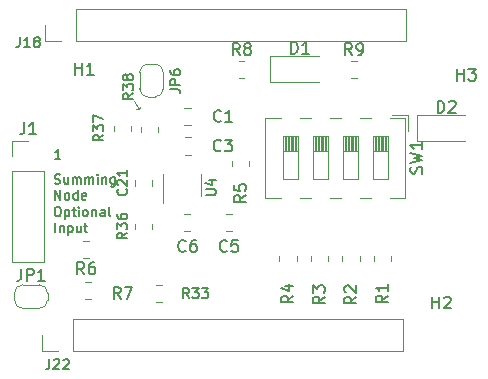
<source format=gbr>
%TF.GenerationSoftware,KiCad,Pcbnew,(5.1.9)-1*%
%TF.CreationDate,2021-10-14T16:01:30-04:00*%
%TF.ProjectId,ModularPreamp,4d6f6475-6c61-4725-9072-65616d702e6b,rev?*%
%TF.SameCoordinates,Original*%
%TF.FileFunction,Legend,Top*%
%TF.FilePolarity,Positive*%
%FSLAX46Y46*%
G04 Gerber Fmt 4.6, Leading zero omitted, Abs format (unit mm)*
G04 Created by KiCad (PCBNEW (5.1.9)-1) date 2021-10-14 16:01:30*
%MOMM*%
%LPD*%
G01*
G04 APERTURE LIST*
%ADD10C,0.120000*%
%ADD11C,0.150000*%
G04 APERTURE END LIST*
D10*
X155900000Y-95900000D02*
X156000000Y-95700000D01*
X155900000Y-95900000D02*
X155600000Y-95900000D01*
X155500000Y-95200000D02*
X155900000Y-95900000D01*
D11*
X148940357Y-104136904D02*
X149092738Y-104136904D01*
X149168928Y-104175000D01*
X149245119Y-104251190D01*
X149283214Y-104403571D01*
X149283214Y-104670238D01*
X149245119Y-104822619D01*
X149168928Y-104898809D01*
X149092738Y-104936904D01*
X148940357Y-104936904D01*
X148864166Y-104898809D01*
X148787976Y-104822619D01*
X148749880Y-104670238D01*
X148749880Y-104403571D01*
X148787976Y-104251190D01*
X148864166Y-104175000D01*
X148940357Y-104136904D01*
X149626071Y-104403571D02*
X149626071Y-105203571D01*
X149626071Y-104441666D02*
X149702261Y-104403571D01*
X149854642Y-104403571D01*
X149930833Y-104441666D01*
X149968928Y-104479761D01*
X150007023Y-104555952D01*
X150007023Y-104784523D01*
X149968928Y-104860714D01*
X149930833Y-104898809D01*
X149854642Y-104936904D01*
X149702261Y-104936904D01*
X149626071Y-104898809D01*
X150235595Y-104403571D02*
X150540357Y-104403571D01*
X150349880Y-104136904D02*
X150349880Y-104822619D01*
X150387976Y-104898809D01*
X150464166Y-104936904D01*
X150540357Y-104936904D01*
X150807023Y-104936904D02*
X150807023Y-104403571D01*
X150807023Y-104136904D02*
X150768928Y-104175000D01*
X150807023Y-104213095D01*
X150845119Y-104175000D01*
X150807023Y-104136904D01*
X150807023Y-104213095D01*
X151302261Y-104936904D02*
X151226071Y-104898809D01*
X151187976Y-104860714D01*
X151149880Y-104784523D01*
X151149880Y-104555952D01*
X151187976Y-104479761D01*
X151226071Y-104441666D01*
X151302261Y-104403571D01*
X151416547Y-104403571D01*
X151492738Y-104441666D01*
X151530833Y-104479761D01*
X151568928Y-104555952D01*
X151568928Y-104784523D01*
X151530833Y-104860714D01*
X151492738Y-104898809D01*
X151416547Y-104936904D01*
X151302261Y-104936904D01*
X151911785Y-104403571D02*
X151911785Y-104936904D01*
X151911785Y-104479761D02*
X151949880Y-104441666D01*
X152026071Y-104403571D01*
X152140357Y-104403571D01*
X152216547Y-104441666D01*
X152254642Y-104517857D01*
X152254642Y-104936904D01*
X152978452Y-104936904D02*
X152978452Y-104517857D01*
X152940357Y-104441666D01*
X152864166Y-104403571D01*
X152711785Y-104403571D01*
X152635595Y-104441666D01*
X152978452Y-104898809D02*
X152902261Y-104936904D01*
X152711785Y-104936904D01*
X152635595Y-104898809D01*
X152597500Y-104822619D01*
X152597500Y-104746428D01*
X152635595Y-104670238D01*
X152711785Y-104632142D01*
X152902261Y-104632142D01*
X152978452Y-104594047D01*
X153473690Y-104936904D02*
X153397500Y-104898809D01*
X153359404Y-104822619D01*
X153359404Y-104136904D01*
X148787976Y-106286904D02*
X148787976Y-105486904D01*
X149168928Y-105753571D02*
X149168928Y-106286904D01*
X149168928Y-105829761D02*
X149207023Y-105791666D01*
X149283214Y-105753571D01*
X149397500Y-105753571D01*
X149473690Y-105791666D01*
X149511785Y-105867857D01*
X149511785Y-106286904D01*
X149892738Y-105753571D02*
X149892738Y-106553571D01*
X149892738Y-105791666D02*
X149968928Y-105753571D01*
X150121309Y-105753571D01*
X150197500Y-105791666D01*
X150235595Y-105829761D01*
X150273690Y-105905952D01*
X150273690Y-106134523D01*
X150235595Y-106210714D01*
X150197500Y-106248809D01*
X150121309Y-106286904D01*
X149968928Y-106286904D01*
X149892738Y-106248809D01*
X150959404Y-105753571D02*
X150959404Y-106286904D01*
X150616547Y-105753571D02*
X150616547Y-106172619D01*
X150654642Y-106248809D01*
X150730833Y-106286904D01*
X150845119Y-106286904D01*
X150921309Y-106248809D01*
X150959404Y-106210714D01*
X151226071Y-105753571D02*
X151530833Y-105753571D01*
X151340357Y-105486904D02*
X151340357Y-106172619D01*
X151378452Y-106248809D01*
X151454642Y-106286904D01*
X151530833Y-106286904D01*
X149242857Y-100134523D02*
X148757142Y-100134523D01*
X149000000Y-100134523D02*
X149000000Y-99284523D01*
X148919047Y-99405952D01*
X148838095Y-99486904D01*
X148757142Y-99527380D01*
X148749880Y-102148809D02*
X148864166Y-102186904D01*
X149054642Y-102186904D01*
X149130833Y-102148809D01*
X149168928Y-102110714D01*
X149207023Y-102034523D01*
X149207023Y-101958333D01*
X149168928Y-101882142D01*
X149130833Y-101844047D01*
X149054642Y-101805952D01*
X148902261Y-101767857D01*
X148826071Y-101729761D01*
X148787976Y-101691666D01*
X148749880Y-101615476D01*
X148749880Y-101539285D01*
X148787976Y-101463095D01*
X148826071Y-101425000D01*
X148902261Y-101386904D01*
X149092738Y-101386904D01*
X149207023Y-101425000D01*
X149892738Y-101653571D02*
X149892738Y-102186904D01*
X149549880Y-101653571D02*
X149549880Y-102072619D01*
X149587976Y-102148809D01*
X149664166Y-102186904D01*
X149778452Y-102186904D01*
X149854642Y-102148809D01*
X149892738Y-102110714D01*
X150273690Y-102186904D02*
X150273690Y-101653571D01*
X150273690Y-101729761D02*
X150311785Y-101691666D01*
X150387976Y-101653571D01*
X150502261Y-101653571D01*
X150578452Y-101691666D01*
X150616547Y-101767857D01*
X150616547Y-102186904D01*
X150616547Y-101767857D02*
X150654642Y-101691666D01*
X150730833Y-101653571D01*
X150845119Y-101653571D01*
X150921309Y-101691666D01*
X150959404Y-101767857D01*
X150959404Y-102186904D01*
X151340357Y-102186904D02*
X151340357Y-101653571D01*
X151340357Y-101729761D02*
X151378452Y-101691666D01*
X151454642Y-101653571D01*
X151568928Y-101653571D01*
X151645119Y-101691666D01*
X151683214Y-101767857D01*
X151683214Y-102186904D01*
X151683214Y-101767857D02*
X151721309Y-101691666D01*
X151797500Y-101653571D01*
X151911785Y-101653571D01*
X151987976Y-101691666D01*
X152026071Y-101767857D01*
X152026071Y-102186904D01*
X152407023Y-102186904D02*
X152407023Y-101653571D01*
X152407023Y-101386904D02*
X152368928Y-101425000D01*
X152407023Y-101463095D01*
X152445119Y-101425000D01*
X152407023Y-101386904D01*
X152407023Y-101463095D01*
X152787976Y-101653571D02*
X152787976Y-102186904D01*
X152787976Y-101729761D02*
X152826071Y-101691666D01*
X152902261Y-101653571D01*
X153016547Y-101653571D01*
X153092738Y-101691666D01*
X153130833Y-101767857D01*
X153130833Y-102186904D01*
X153854642Y-101653571D02*
X153854642Y-102301190D01*
X153816547Y-102377380D01*
X153778452Y-102415476D01*
X153702261Y-102453571D01*
X153587976Y-102453571D01*
X153511785Y-102415476D01*
X153854642Y-102148809D02*
X153778452Y-102186904D01*
X153626071Y-102186904D01*
X153549880Y-102148809D01*
X153511785Y-102110714D01*
X153473690Y-102034523D01*
X153473690Y-101805952D01*
X153511785Y-101729761D01*
X153549880Y-101691666D01*
X153626071Y-101653571D01*
X153778452Y-101653571D01*
X153854642Y-101691666D01*
X148787976Y-103536904D02*
X148787976Y-102736904D01*
X149245119Y-103536904D01*
X149245119Y-102736904D01*
X149740357Y-103536904D02*
X149664166Y-103498809D01*
X149626071Y-103460714D01*
X149587976Y-103384523D01*
X149587976Y-103155952D01*
X149626071Y-103079761D01*
X149664166Y-103041666D01*
X149740357Y-103003571D01*
X149854642Y-103003571D01*
X149930833Y-103041666D01*
X149968928Y-103079761D01*
X150007023Y-103155952D01*
X150007023Y-103384523D01*
X149968928Y-103460714D01*
X149930833Y-103498809D01*
X149854642Y-103536904D01*
X149740357Y-103536904D01*
X150692738Y-103536904D02*
X150692738Y-102736904D01*
X150692738Y-103498809D02*
X150616547Y-103536904D01*
X150464166Y-103536904D01*
X150387976Y-103498809D01*
X150349880Y-103460714D01*
X150311785Y-103384523D01*
X150311785Y-103155952D01*
X150349880Y-103079761D01*
X150387976Y-103041666D01*
X150464166Y-103003571D01*
X150616547Y-103003571D01*
X150692738Y-103041666D01*
X151378452Y-103498809D02*
X151302261Y-103536904D01*
X151149880Y-103536904D01*
X151073690Y-103498809D01*
X151035595Y-103422619D01*
X151035595Y-103117857D01*
X151073690Y-103041666D01*
X151149880Y-103003571D01*
X151302261Y-103003571D01*
X151378452Y-103041666D01*
X151416547Y-103117857D01*
X151416547Y-103194047D01*
X151035595Y-103270238D01*
D10*
%TO.C,JP1*%
X146050000Y-110750000D02*
X147450000Y-110750000D01*
X148150000Y-111450000D02*
X148150000Y-112050000D01*
X147450000Y-112750000D02*
X146050000Y-112750000D01*
X145350000Y-112050000D02*
X145350000Y-111450000D01*
X145350000Y-111450000D02*
G75*
G02*
X146050000Y-110750000I700000J0D01*
G01*
X146050000Y-112750000D02*
G75*
G02*
X145350000Y-112050000I0J700000D01*
G01*
X148150000Y-112050000D02*
G75*
G02*
X147450000Y-112750000I-700000J0D01*
G01*
X147450000Y-110750000D02*
G75*
G02*
X148150000Y-111450000I0J-700000D01*
G01*
%TO.C,R9*%
X173860436Y-93235000D02*
X174314564Y-93235000D01*
X173860436Y-91765000D02*
X174314564Y-91765000D01*
%TO.C,R8*%
X164360436Y-93235000D02*
X164814564Y-93235000D01*
X164360436Y-91765000D02*
X164814564Y-91765000D01*
%TO.C,R7*%
X151814564Y-110515000D02*
X151360436Y-110515000D01*
X151814564Y-111985000D02*
X151360436Y-111985000D01*
%TO.C,R6*%
X151639564Y-107015000D02*
X151185436Y-107015000D01*
X151639564Y-108485000D02*
X151185436Y-108485000D01*
%TO.C,J1*%
X145170000Y-98550000D02*
X146500000Y-98550000D01*
X145170000Y-99880000D02*
X145170000Y-98550000D01*
X145170000Y-101150000D02*
X147830000Y-101150000D01*
X147830000Y-101150000D02*
X147830000Y-108830000D01*
X145170000Y-101150000D02*
X145170000Y-108830000D01*
X145170000Y-108830000D02*
X147830000Y-108830000D01*
%TO.C,D2*%
X179440000Y-98585000D02*
X183525000Y-98585000D01*
X179440000Y-96415000D02*
X179440000Y-98585000D01*
X183525000Y-96415000D02*
X179440000Y-96415000D01*
%TO.C,D1*%
X167015000Y-93585000D02*
X171100000Y-93585000D01*
X167015000Y-91415000D02*
X167015000Y-93585000D01*
X171100000Y-91415000D02*
X167015000Y-91415000D01*
%TO.C,C6*%
X160211252Y-104765000D02*
X159688748Y-104765000D01*
X160211252Y-106235000D02*
X159688748Y-106235000D01*
%TO.C,C5*%
X163761252Y-104765000D02*
X163238748Y-104765000D01*
X163761252Y-106235000D02*
X163238748Y-106235000D01*
%TO.C,C3*%
X159788748Y-99735000D02*
X160311252Y-99735000D01*
X159788748Y-98265000D02*
X160311252Y-98265000D01*
%TO.C,C1*%
X159738748Y-97235000D02*
X160261252Y-97235000D01*
X159738748Y-95765000D02*
X160261252Y-95765000D01*
%TO.C,R5*%
X163765000Y-100727064D02*
X163765000Y-100272936D01*
X165235000Y-100727064D02*
X165235000Y-100272936D01*
%TO.C,SW1*%
X178420000Y-96590000D02*
X178420000Y-103410000D01*
X166580000Y-96590000D02*
X166580000Y-103410000D01*
X178420000Y-96590000D02*
X177110000Y-96590000D01*
X175510000Y-96590000D02*
X174570000Y-96590000D01*
X172970000Y-96590000D02*
X172030000Y-96590000D01*
X170430000Y-96590000D02*
X169490000Y-96590000D01*
X167890000Y-96590000D02*
X166580000Y-96590000D01*
X167890000Y-103410000D02*
X166580000Y-103410000D01*
X170430000Y-103410000D02*
X169490000Y-103410000D01*
X172970000Y-103410000D02*
X172030000Y-103410000D01*
X178420000Y-103410000D02*
X177110000Y-103410000D01*
X175510000Y-103410000D02*
X174570000Y-103410000D01*
X178660000Y-96350000D02*
X178660000Y-97733000D01*
X178660000Y-96350000D02*
X177277000Y-96350000D01*
X176945000Y-98190000D02*
X175675000Y-98190000D01*
X175675000Y-98190000D02*
X175675000Y-101810000D01*
X175675000Y-101810000D02*
X176945000Y-101810000D01*
X176945000Y-101810000D02*
X176945000Y-98190000D01*
X176825000Y-98190000D02*
X176825000Y-99396667D01*
X176705000Y-98190000D02*
X176705000Y-99396667D01*
X176585000Y-98190000D02*
X176585000Y-99396667D01*
X176465000Y-98190000D02*
X176465000Y-99396667D01*
X176345000Y-98190000D02*
X176345000Y-99396667D01*
X176225000Y-98190000D02*
X176225000Y-99396667D01*
X176105000Y-98190000D02*
X176105000Y-99396667D01*
X175985000Y-98190000D02*
X175985000Y-99396667D01*
X175865000Y-98190000D02*
X175865000Y-99396667D01*
X175745000Y-98190000D02*
X175745000Y-99396667D01*
X176945000Y-99396667D02*
X175675000Y-99396667D01*
X174405000Y-98190000D02*
X173135000Y-98190000D01*
X173135000Y-98190000D02*
X173135000Y-101810000D01*
X173135000Y-101810000D02*
X174405000Y-101810000D01*
X174405000Y-101810000D02*
X174405000Y-98190000D01*
X174285000Y-98190000D02*
X174285000Y-99396667D01*
X174165000Y-98190000D02*
X174165000Y-99396667D01*
X174045000Y-98190000D02*
X174045000Y-99396667D01*
X173925000Y-98190000D02*
X173925000Y-99396667D01*
X173805000Y-98190000D02*
X173805000Y-99396667D01*
X173685000Y-98190000D02*
X173685000Y-99396667D01*
X173565000Y-98190000D02*
X173565000Y-99396667D01*
X173445000Y-98190000D02*
X173445000Y-99396667D01*
X173325000Y-98190000D02*
X173325000Y-99396667D01*
X173205000Y-98190000D02*
X173205000Y-99396667D01*
X174405000Y-99396667D02*
X173135000Y-99396667D01*
X171865000Y-98190000D02*
X170595000Y-98190000D01*
X170595000Y-98190000D02*
X170595000Y-101810000D01*
X170595000Y-101810000D02*
X171865000Y-101810000D01*
X171865000Y-101810000D02*
X171865000Y-98190000D01*
X171745000Y-98190000D02*
X171745000Y-99396667D01*
X171625000Y-98190000D02*
X171625000Y-99396667D01*
X171505000Y-98190000D02*
X171505000Y-99396667D01*
X171385000Y-98190000D02*
X171385000Y-99396667D01*
X171265000Y-98190000D02*
X171265000Y-99396667D01*
X171145000Y-98190000D02*
X171145000Y-99396667D01*
X171025000Y-98190000D02*
X171025000Y-99396667D01*
X170905000Y-98190000D02*
X170905000Y-99396667D01*
X170785000Y-98190000D02*
X170785000Y-99396667D01*
X170665000Y-98190000D02*
X170665000Y-99396667D01*
X171865000Y-99396667D02*
X170595000Y-99396667D01*
X169325000Y-98190000D02*
X168055000Y-98190000D01*
X168055000Y-98190000D02*
X168055000Y-101810000D01*
X168055000Y-101810000D02*
X169325000Y-101810000D01*
X169325000Y-101810000D02*
X169325000Y-98190000D01*
X169205000Y-98190000D02*
X169205000Y-99396667D01*
X169085000Y-98190000D02*
X169085000Y-99396667D01*
X168965000Y-98190000D02*
X168965000Y-99396667D01*
X168845000Y-98190000D02*
X168845000Y-99396667D01*
X168725000Y-98190000D02*
X168725000Y-99396667D01*
X168605000Y-98190000D02*
X168605000Y-99396667D01*
X168485000Y-98190000D02*
X168485000Y-99396667D01*
X168365000Y-98190000D02*
X168365000Y-99396667D01*
X168245000Y-98190000D02*
X168245000Y-99396667D01*
X168125000Y-98190000D02*
X168125000Y-99396667D01*
X169325000Y-99396667D02*
X168055000Y-99396667D01*
%TO.C,R1*%
X175765000Y-108727064D02*
X175765000Y-108272936D01*
X177235000Y-108727064D02*
X177235000Y-108272936D01*
%TO.C,R2*%
X173098332Y-108727064D02*
X173098332Y-108272936D01*
X174568332Y-108727064D02*
X174568332Y-108272936D01*
%TO.C,R3*%
X170431666Y-108727064D02*
X170431666Y-108272936D01*
X171901666Y-108727064D02*
X171901666Y-108272936D01*
%TO.C,R4*%
X167765000Y-108727064D02*
X167765000Y-108272936D01*
X169235000Y-108727064D02*
X169235000Y-108272936D01*
%TO.C,J18*%
X147920000Y-90080000D02*
X147920000Y-88750000D01*
X149250000Y-90080000D02*
X147920000Y-90080000D01*
X150520000Y-90080000D02*
X150520000Y-87420000D01*
X150520000Y-87420000D02*
X178520000Y-87420000D01*
X150520000Y-90080000D02*
X178520000Y-90080000D01*
X178520000Y-90080000D02*
X178520000Y-87420000D01*
%TO.C,J22*%
X147670000Y-116330000D02*
X147670000Y-115000000D01*
X149000000Y-116330000D02*
X147670000Y-116330000D01*
X150270000Y-116330000D02*
X150270000Y-113670000D01*
X150270000Y-113670000D02*
X178270000Y-113670000D01*
X150270000Y-116330000D02*
X178270000Y-116330000D01*
X178270000Y-116330000D02*
X178270000Y-113670000D01*
%TO.C,JP6*%
X157250000Y-94850000D02*
X156650000Y-94850000D01*
X157950000Y-92750000D02*
X157950000Y-94150000D01*
X156650000Y-92050000D02*
X157250000Y-92050000D01*
X155950000Y-94150000D02*
X155950000Y-92750000D01*
X156650000Y-94850000D02*
G75*
G02*
X155950000Y-94150000I0J700000D01*
G01*
X157950000Y-94150000D02*
G75*
G02*
X157250000Y-94850000I-700000J0D01*
G01*
X157250000Y-92050000D02*
G75*
G02*
X157950000Y-92750000I0J-700000D01*
G01*
X155950000Y-92750000D02*
G75*
G02*
X156650000Y-92050000I700000J0D01*
G01*
%TO.C,U4*%
X157890000Y-101400000D02*
X157890000Y-103850000D01*
X161110000Y-103200000D02*
X161110000Y-101400000D01*
%TO.C,R38*%
X156065000Y-97360436D02*
X156065000Y-97814564D01*
X157535000Y-97360436D02*
X157535000Y-97814564D01*
%TO.C,R37*%
X153765000Y-97272936D02*
X153765000Y-97727064D01*
X155235000Y-97272936D02*
X155235000Y-97727064D01*
%TO.C,R36*%
X155565000Y-105560436D02*
X155565000Y-106014564D01*
X157035000Y-105560436D02*
X157035000Y-106014564D01*
%TO.C,R33*%
X157814564Y-110765000D02*
X157360436Y-110765000D01*
X157814564Y-112235000D02*
X157360436Y-112235000D01*
%TO.C,C21*%
X155565000Y-101888748D02*
X155565000Y-102411252D01*
X157035000Y-101888748D02*
X157035000Y-102411252D01*
%TO.C,H3*%
D11*
X182838095Y-93452380D02*
X182838095Y-92452380D01*
X182838095Y-92928571D02*
X183409523Y-92928571D01*
X183409523Y-93452380D02*
X183409523Y-92452380D01*
X183790476Y-92452380D02*
X184409523Y-92452380D01*
X184076190Y-92833333D01*
X184219047Y-92833333D01*
X184314285Y-92880952D01*
X184361904Y-92928571D01*
X184409523Y-93023809D01*
X184409523Y-93261904D01*
X184361904Y-93357142D01*
X184314285Y-93404761D01*
X184219047Y-93452380D01*
X183933333Y-93452380D01*
X183838095Y-93404761D01*
X183790476Y-93357142D01*
%TO.C,H2*%
X180738095Y-112752380D02*
X180738095Y-111752380D01*
X180738095Y-112228571D02*
X181309523Y-112228571D01*
X181309523Y-112752380D02*
X181309523Y-111752380D01*
X181738095Y-111847619D02*
X181785714Y-111800000D01*
X181880952Y-111752380D01*
X182119047Y-111752380D01*
X182214285Y-111800000D01*
X182261904Y-111847619D01*
X182309523Y-111942857D01*
X182309523Y-112038095D01*
X182261904Y-112180952D01*
X181690476Y-112752380D01*
X182309523Y-112752380D01*
%TO.C,H1*%
X150488095Y-92952380D02*
X150488095Y-91952380D01*
X150488095Y-92428571D02*
X151059523Y-92428571D01*
X151059523Y-92952380D02*
X151059523Y-91952380D01*
X152059523Y-92952380D02*
X151488095Y-92952380D01*
X151773809Y-92952380D02*
X151773809Y-91952380D01*
X151678571Y-92095238D01*
X151583333Y-92190476D01*
X151488095Y-92238095D01*
%TO.C,JP1*%
X145916666Y-109402380D02*
X145916666Y-110116666D01*
X145869047Y-110259523D01*
X145773809Y-110354761D01*
X145630952Y-110402380D01*
X145535714Y-110402380D01*
X146392857Y-110402380D02*
X146392857Y-109402380D01*
X146773809Y-109402380D01*
X146869047Y-109450000D01*
X146916666Y-109497619D01*
X146964285Y-109592857D01*
X146964285Y-109735714D01*
X146916666Y-109830952D01*
X146869047Y-109878571D01*
X146773809Y-109926190D01*
X146392857Y-109926190D01*
X147916666Y-110402380D02*
X147345238Y-110402380D01*
X147630952Y-110402380D02*
X147630952Y-109402380D01*
X147535714Y-109545238D01*
X147440476Y-109640476D01*
X147345238Y-109688095D01*
%TO.C,R9*%
X173920833Y-91302380D02*
X173587500Y-90826190D01*
X173349404Y-91302380D02*
X173349404Y-90302380D01*
X173730357Y-90302380D01*
X173825595Y-90350000D01*
X173873214Y-90397619D01*
X173920833Y-90492857D01*
X173920833Y-90635714D01*
X173873214Y-90730952D01*
X173825595Y-90778571D01*
X173730357Y-90826190D01*
X173349404Y-90826190D01*
X174397023Y-91302380D02*
X174587500Y-91302380D01*
X174682738Y-91254761D01*
X174730357Y-91207142D01*
X174825595Y-91064285D01*
X174873214Y-90873809D01*
X174873214Y-90492857D01*
X174825595Y-90397619D01*
X174777976Y-90350000D01*
X174682738Y-90302380D01*
X174492261Y-90302380D01*
X174397023Y-90350000D01*
X174349404Y-90397619D01*
X174301785Y-90492857D01*
X174301785Y-90730952D01*
X174349404Y-90826190D01*
X174397023Y-90873809D01*
X174492261Y-90921428D01*
X174682738Y-90921428D01*
X174777976Y-90873809D01*
X174825595Y-90826190D01*
X174873214Y-90730952D01*
%TO.C,R8*%
X164420833Y-91302380D02*
X164087500Y-90826190D01*
X163849404Y-91302380D02*
X163849404Y-90302380D01*
X164230357Y-90302380D01*
X164325595Y-90350000D01*
X164373214Y-90397619D01*
X164420833Y-90492857D01*
X164420833Y-90635714D01*
X164373214Y-90730952D01*
X164325595Y-90778571D01*
X164230357Y-90826190D01*
X163849404Y-90826190D01*
X164992261Y-90730952D02*
X164897023Y-90683333D01*
X164849404Y-90635714D01*
X164801785Y-90540476D01*
X164801785Y-90492857D01*
X164849404Y-90397619D01*
X164897023Y-90350000D01*
X164992261Y-90302380D01*
X165182738Y-90302380D01*
X165277976Y-90350000D01*
X165325595Y-90397619D01*
X165373214Y-90492857D01*
X165373214Y-90540476D01*
X165325595Y-90635714D01*
X165277976Y-90683333D01*
X165182738Y-90730952D01*
X164992261Y-90730952D01*
X164897023Y-90778571D01*
X164849404Y-90826190D01*
X164801785Y-90921428D01*
X164801785Y-91111904D01*
X164849404Y-91207142D01*
X164897023Y-91254761D01*
X164992261Y-91302380D01*
X165182738Y-91302380D01*
X165277976Y-91254761D01*
X165325595Y-91207142D01*
X165373214Y-91111904D01*
X165373214Y-90921428D01*
X165325595Y-90826190D01*
X165277976Y-90778571D01*
X165182738Y-90730952D01*
%TO.C,R7*%
X154333333Y-111952380D02*
X154000000Y-111476190D01*
X153761904Y-111952380D02*
X153761904Y-110952380D01*
X154142857Y-110952380D01*
X154238095Y-111000000D01*
X154285714Y-111047619D01*
X154333333Y-111142857D01*
X154333333Y-111285714D01*
X154285714Y-111380952D01*
X154238095Y-111428571D01*
X154142857Y-111476190D01*
X153761904Y-111476190D01*
X154666666Y-110952380D02*
X155333333Y-110952380D01*
X154904761Y-111952380D01*
%TO.C,R6*%
X151245833Y-109852380D02*
X150912500Y-109376190D01*
X150674404Y-109852380D02*
X150674404Y-108852380D01*
X151055357Y-108852380D01*
X151150595Y-108900000D01*
X151198214Y-108947619D01*
X151245833Y-109042857D01*
X151245833Y-109185714D01*
X151198214Y-109280952D01*
X151150595Y-109328571D01*
X151055357Y-109376190D01*
X150674404Y-109376190D01*
X152102976Y-108852380D02*
X151912500Y-108852380D01*
X151817261Y-108900000D01*
X151769642Y-108947619D01*
X151674404Y-109090476D01*
X151626785Y-109280952D01*
X151626785Y-109661904D01*
X151674404Y-109757142D01*
X151722023Y-109804761D01*
X151817261Y-109852380D01*
X152007738Y-109852380D01*
X152102976Y-109804761D01*
X152150595Y-109757142D01*
X152198214Y-109661904D01*
X152198214Y-109423809D01*
X152150595Y-109328571D01*
X152102976Y-109280952D01*
X152007738Y-109233333D01*
X151817261Y-109233333D01*
X151722023Y-109280952D01*
X151674404Y-109328571D01*
X151626785Y-109423809D01*
%TO.C,J1*%
X146166666Y-97002380D02*
X146166666Y-97716666D01*
X146119047Y-97859523D01*
X146023809Y-97954761D01*
X145880952Y-98002380D01*
X145785714Y-98002380D01*
X147166666Y-98002380D02*
X146595238Y-98002380D01*
X146880952Y-98002380D02*
X146880952Y-97002380D01*
X146785714Y-97145238D01*
X146690476Y-97240476D01*
X146595238Y-97288095D01*
%TO.C,D2*%
X181186904Y-96172380D02*
X181186904Y-95172380D01*
X181425000Y-95172380D01*
X181567857Y-95220000D01*
X181663095Y-95315238D01*
X181710714Y-95410476D01*
X181758333Y-95600952D01*
X181758333Y-95743809D01*
X181710714Y-95934285D01*
X181663095Y-96029523D01*
X181567857Y-96124761D01*
X181425000Y-96172380D01*
X181186904Y-96172380D01*
X182139285Y-95267619D02*
X182186904Y-95220000D01*
X182282142Y-95172380D01*
X182520238Y-95172380D01*
X182615476Y-95220000D01*
X182663095Y-95267619D01*
X182710714Y-95362857D01*
X182710714Y-95458095D01*
X182663095Y-95600952D01*
X182091666Y-96172380D01*
X182710714Y-96172380D01*
%TO.C,D1*%
X168761904Y-91172380D02*
X168761904Y-90172380D01*
X169000000Y-90172380D01*
X169142857Y-90220000D01*
X169238095Y-90315238D01*
X169285714Y-90410476D01*
X169333333Y-90600952D01*
X169333333Y-90743809D01*
X169285714Y-90934285D01*
X169238095Y-91029523D01*
X169142857Y-91124761D01*
X169000000Y-91172380D01*
X168761904Y-91172380D01*
X170285714Y-91172380D02*
X169714285Y-91172380D01*
X170000000Y-91172380D02*
X170000000Y-90172380D01*
X169904761Y-90315238D01*
X169809523Y-90410476D01*
X169714285Y-90458095D01*
%TO.C,C6*%
X159833333Y-107857142D02*
X159785714Y-107904761D01*
X159642857Y-107952380D01*
X159547619Y-107952380D01*
X159404761Y-107904761D01*
X159309523Y-107809523D01*
X159261904Y-107714285D01*
X159214285Y-107523809D01*
X159214285Y-107380952D01*
X159261904Y-107190476D01*
X159309523Y-107095238D01*
X159404761Y-107000000D01*
X159547619Y-106952380D01*
X159642857Y-106952380D01*
X159785714Y-107000000D01*
X159833333Y-107047619D01*
X160690476Y-106952380D02*
X160500000Y-106952380D01*
X160404761Y-107000000D01*
X160357142Y-107047619D01*
X160261904Y-107190476D01*
X160214285Y-107380952D01*
X160214285Y-107761904D01*
X160261904Y-107857142D01*
X160309523Y-107904761D01*
X160404761Y-107952380D01*
X160595238Y-107952380D01*
X160690476Y-107904761D01*
X160738095Y-107857142D01*
X160785714Y-107761904D01*
X160785714Y-107523809D01*
X160738095Y-107428571D01*
X160690476Y-107380952D01*
X160595238Y-107333333D01*
X160404761Y-107333333D01*
X160309523Y-107380952D01*
X160261904Y-107428571D01*
X160214285Y-107523809D01*
%TO.C,C5*%
X163333333Y-107857142D02*
X163285714Y-107904761D01*
X163142857Y-107952380D01*
X163047619Y-107952380D01*
X162904761Y-107904761D01*
X162809523Y-107809523D01*
X162761904Y-107714285D01*
X162714285Y-107523809D01*
X162714285Y-107380952D01*
X162761904Y-107190476D01*
X162809523Y-107095238D01*
X162904761Y-107000000D01*
X163047619Y-106952380D01*
X163142857Y-106952380D01*
X163285714Y-107000000D01*
X163333333Y-107047619D01*
X164238095Y-106952380D02*
X163761904Y-106952380D01*
X163714285Y-107428571D01*
X163761904Y-107380952D01*
X163857142Y-107333333D01*
X164095238Y-107333333D01*
X164190476Y-107380952D01*
X164238095Y-107428571D01*
X164285714Y-107523809D01*
X164285714Y-107761904D01*
X164238095Y-107857142D01*
X164190476Y-107904761D01*
X164095238Y-107952380D01*
X163857142Y-107952380D01*
X163761904Y-107904761D01*
X163714285Y-107857142D01*
%TO.C,C3*%
X162833333Y-99357142D02*
X162785714Y-99404761D01*
X162642857Y-99452380D01*
X162547619Y-99452380D01*
X162404761Y-99404761D01*
X162309523Y-99309523D01*
X162261904Y-99214285D01*
X162214285Y-99023809D01*
X162214285Y-98880952D01*
X162261904Y-98690476D01*
X162309523Y-98595238D01*
X162404761Y-98500000D01*
X162547619Y-98452380D01*
X162642857Y-98452380D01*
X162785714Y-98500000D01*
X162833333Y-98547619D01*
X163166666Y-98452380D02*
X163785714Y-98452380D01*
X163452380Y-98833333D01*
X163595238Y-98833333D01*
X163690476Y-98880952D01*
X163738095Y-98928571D01*
X163785714Y-99023809D01*
X163785714Y-99261904D01*
X163738095Y-99357142D01*
X163690476Y-99404761D01*
X163595238Y-99452380D01*
X163309523Y-99452380D01*
X163214285Y-99404761D01*
X163166666Y-99357142D01*
%TO.C,C1*%
X162833333Y-96857142D02*
X162785714Y-96904761D01*
X162642857Y-96952380D01*
X162547619Y-96952380D01*
X162404761Y-96904761D01*
X162309523Y-96809523D01*
X162261904Y-96714285D01*
X162214285Y-96523809D01*
X162214285Y-96380952D01*
X162261904Y-96190476D01*
X162309523Y-96095238D01*
X162404761Y-96000000D01*
X162547619Y-95952380D01*
X162642857Y-95952380D01*
X162785714Y-96000000D01*
X162833333Y-96047619D01*
X163785714Y-96952380D02*
X163214285Y-96952380D01*
X163500000Y-96952380D02*
X163500000Y-95952380D01*
X163404761Y-96095238D01*
X163309523Y-96190476D01*
X163214285Y-96238095D01*
%TO.C,R5*%
X164952380Y-103166666D02*
X164476190Y-103500000D01*
X164952380Y-103738095D02*
X163952380Y-103738095D01*
X163952380Y-103357142D01*
X164000000Y-103261904D01*
X164047619Y-103214285D01*
X164142857Y-103166666D01*
X164285714Y-103166666D01*
X164380952Y-103214285D01*
X164428571Y-103261904D01*
X164476190Y-103357142D01*
X164476190Y-103738095D01*
X163952380Y-102261904D02*
X163952380Y-102738095D01*
X164428571Y-102785714D01*
X164380952Y-102738095D01*
X164333333Y-102642857D01*
X164333333Y-102404761D01*
X164380952Y-102309523D01*
X164428571Y-102261904D01*
X164523809Y-102214285D01*
X164761904Y-102214285D01*
X164857142Y-102261904D01*
X164904761Y-102309523D01*
X164952380Y-102404761D01*
X164952380Y-102642857D01*
X164904761Y-102738095D01*
X164857142Y-102785714D01*
%TO.C,SW1*%
X179824761Y-101333333D02*
X179872380Y-101190476D01*
X179872380Y-100952380D01*
X179824761Y-100857142D01*
X179777142Y-100809523D01*
X179681904Y-100761904D01*
X179586666Y-100761904D01*
X179491428Y-100809523D01*
X179443809Y-100857142D01*
X179396190Y-100952380D01*
X179348571Y-101142857D01*
X179300952Y-101238095D01*
X179253333Y-101285714D01*
X179158095Y-101333333D01*
X179062857Y-101333333D01*
X178967619Y-101285714D01*
X178920000Y-101238095D01*
X178872380Y-101142857D01*
X178872380Y-100904761D01*
X178920000Y-100761904D01*
X178872380Y-100428571D02*
X179872380Y-100190476D01*
X179158095Y-100000000D01*
X179872380Y-99809523D01*
X178872380Y-99571428D01*
X179872380Y-98666666D02*
X179872380Y-99238095D01*
X179872380Y-98952380D02*
X178872380Y-98952380D01*
X179015238Y-99047619D01*
X179110476Y-99142857D01*
X179158095Y-99238095D01*
%TO.C,R1*%
X176952380Y-111666666D02*
X176476190Y-112000000D01*
X176952380Y-112238095D02*
X175952380Y-112238095D01*
X175952380Y-111857142D01*
X176000000Y-111761904D01*
X176047619Y-111714285D01*
X176142857Y-111666666D01*
X176285714Y-111666666D01*
X176380952Y-111714285D01*
X176428571Y-111761904D01*
X176476190Y-111857142D01*
X176476190Y-112238095D01*
X176952380Y-110714285D02*
X176952380Y-111285714D01*
X176952380Y-111000000D02*
X175952380Y-111000000D01*
X176095238Y-111095238D01*
X176190476Y-111190476D01*
X176238095Y-111285714D01*
%TO.C,R2*%
X174285712Y-111754166D02*
X173809522Y-112087500D01*
X174285712Y-112325595D02*
X173285712Y-112325595D01*
X173285712Y-111944642D01*
X173333332Y-111849404D01*
X173380951Y-111801785D01*
X173476189Y-111754166D01*
X173619046Y-111754166D01*
X173714284Y-111801785D01*
X173761903Y-111849404D01*
X173809522Y-111944642D01*
X173809522Y-112325595D01*
X173380951Y-111373214D02*
X173333332Y-111325595D01*
X173285712Y-111230357D01*
X173285712Y-110992261D01*
X173333332Y-110897023D01*
X173380951Y-110849404D01*
X173476189Y-110801785D01*
X173571427Y-110801785D01*
X173714284Y-110849404D01*
X174285712Y-111420833D01*
X174285712Y-110801785D01*
%TO.C,R3*%
X171619046Y-111754166D02*
X171142856Y-112087500D01*
X171619046Y-112325595D02*
X170619046Y-112325595D01*
X170619046Y-111944642D01*
X170666666Y-111849404D01*
X170714285Y-111801785D01*
X170809523Y-111754166D01*
X170952380Y-111754166D01*
X171047618Y-111801785D01*
X171095237Y-111849404D01*
X171142856Y-111944642D01*
X171142856Y-112325595D01*
X170619046Y-111420833D02*
X170619046Y-110801785D01*
X170999999Y-111135119D01*
X170999999Y-110992261D01*
X171047618Y-110897023D01*
X171095237Y-110849404D01*
X171190475Y-110801785D01*
X171428570Y-110801785D01*
X171523808Y-110849404D01*
X171571427Y-110897023D01*
X171619046Y-110992261D01*
X171619046Y-111277976D01*
X171571427Y-111373214D01*
X171523808Y-111420833D01*
%TO.C,R4*%
X168952380Y-111666666D02*
X168476190Y-112000000D01*
X168952380Y-112238095D02*
X167952380Y-112238095D01*
X167952380Y-111857142D01*
X168000000Y-111761904D01*
X168047619Y-111714285D01*
X168142857Y-111666666D01*
X168285714Y-111666666D01*
X168380952Y-111714285D01*
X168428571Y-111761904D01*
X168476190Y-111857142D01*
X168476190Y-112238095D01*
X168285714Y-110809523D02*
X168952380Y-110809523D01*
X167904761Y-111047619D02*
X168619047Y-111285714D01*
X168619047Y-110666666D01*
%TO.C,J18*%
X145811904Y-89784523D02*
X145811904Y-90391666D01*
X145771428Y-90513095D01*
X145690476Y-90594047D01*
X145569047Y-90634523D01*
X145488095Y-90634523D01*
X146661904Y-90634523D02*
X146176190Y-90634523D01*
X146419047Y-90634523D02*
X146419047Y-89784523D01*
X146338095Y-89905952D01*
X146257142Y-89986904D01*
X146176190Y-90027380D01*
X147147619Y-90148809D02*
X147066666Y-90108333D01*
X147026190Y-90067857D01*
X146985714Y-89986904D01*
X146985714Y-89946428D01*
X147026190Y-89865476D01*
X147066666Y-89825000D01*
X147147619Y-89784523D01*
X147309523Y-89784523D01*
X147390476Y-89825000D01*
X147430952Y-89865476D01*
X147471428Y-89946428D01*
X147471428Y-89986904D01*
X147430952Y-90067857D01*
X147390476Y-90108333D01*
X147309523Y-90148809D01*
X147147619Y-90148809D01*
X147066666Y-90189285D01*
X147026190Y-90229761D01*
X146985714Y-90310714D01*
X146985714Y-90472619D01*
X147026190Y-90553571D01*
X147066666Y-90594047D01*
X147147619Y-90634523D01*
X147309523Y-90634523D01*
X147390476Y-90594047D01*
X147430952Y-90553571D01*
X147471428Y-90472619D01*
X147471428Y-90310714D01*
X147430952Y-90229761D01*
X147390476Y-90189285D01*
X147309523Y-90148809D01*
%TO.C,J22*%
X148311904Y-117034523D02*
X148311904Y-117641666D01*
X148271428Y-117763095D01*
X148190476Y-117844047D01*
X148069047Y-117884523D01*
X147988095Y-117884523D01*
X148676190Y-117115476D02*
X148716666Y-117075000D01*
X148797619Y-117034523D01*
X149000000Y-117034523D01*
X149080952Y-117075000D01*
X149121428Y-117115476D01*
X149161904Y-117196428D01*
X149161904Y-117277380D01*
X149121428Y-117398809D01*
X148635714Y-117884523D01*
X149161904Y-117884523D01*
X149485714Y-117115476D02*
X149526190Y-117075000D01*
X149607142Y-117034523D01*
X149809523Y-117034523D01*
X149890476Y-117075000D01*
X149930952Y-117115476D01*
X149971428Y-117196428D01*
X149971428Y-117277380D01*
X149930952Y-117398809D01*
X149445238Y-117884523D01*
X149971428Y-117884523D01*
%TO.C,JP6*%
X158534523Y-94208333D02*
X159141666Y-94208333D01*
X159263095Y-94248809D01*
X159344047Y-94329761D01*
X159384523Y-94451190D01*
X159384523Y-94532142D01*
X159384523Y-93803571D02*
X158534523Y-93803571D01*
X158534523Y-93479761D01*
X158575000Y-93398809D01*
X158615476Y-93358333D01*
X158696428Y-93317857D01*
X158817857Y-93317857D01*
X158898809Y-93358333D01*
X158939285Y-93398809D01*
X158979761Y-93479761D01*
X158979761Y-93803571D01*
X158534523Y-92589285D02*
X158534523Y-92751190D01*
X158575000Y-92832142D01*
X158615476Y-92872619D01*
X158736904Y-92953571D01*
X158898809Y-92994047D01*
X159222619Y-92994047D01*
X159303571Y-92953571D01*
X159344047Y-92913095D01*
X159384523Y-92832142D01*
X159384523Y-92670238D01*
X159344047Y-92589285D01*
X159303571Y-92548809D01*
X159222619Y-92508333D01*
X159020238Y-92508333D01*
X158939285Y-92548809D01*
X158898809Y-92589285D01*
X158858333Y-92670238D01*
X158858333Y-92832142D01*
X158898809Y-92913095D01*
X158939285Y-92953571D01*
X159020238Y-92994047D01*
%TO.C,U4*%
X161534523Y-103147619D02*
X162222619Y-103147619D01*
X162303571Y-103107142D01*
X162344047Y-103066666D01*
X162384523Y-102985714D01*
X162384523Y-102823809D01*
X162344047Y-102742857D01*
X162303571Y-102702380D01*
X162222619Y-102661904D01*
X161534523Y-102661904D01*
X161817857Y-101892857D02*
X162384523Y-101892857D01*
X161494047Y-102095238D02*
X162101190Y-102297619D01*
X162101190Y-101771428D01*
%TO.C,R38*%
X155384523Y-94546428D02*
X154979761Y-94829761D01*
X155384523Y-95032142D02*
X154534523Y-95032142D01*
X154534523Y-94708333D01*
X154575000Y-94627380D01*
X154615476Y-94586904D01*
X154696428Y-94546428D01*
X154817857Y-94546428D01*
X154898809Y-94586904D01*
X154939285Y-94627380D01*
X154979761Y-94708333D01*
X154979761Y-95032142D01*
X154534523Y-94263095D02*
X154534523Y-93736904D01*
X154858333Y-94020238D01*
X154858333Y-93898809D01*
X154898809Y-93817857D01*
X154939285Y-93777380D01*
X155020238Y-93736904D01*
X155222619Y-93736904D01*
X155303571Y-93777380D01*
X155344047Y-93817857D01*
X155384523Y-93898809D01*
X155384523Y-94141666D01*
X155344047Y-94222619D01*
X155303571Y-94263095D01*
X154898809Y-93251190D02*
X154858333Y-93332142D01*
X154817857Y-93372619D01*
X154736904Y-93413095D01*
X154696428Y-93413095D01*
X154615476Y-93372619D01*
X154575000Y-93332142D01*
X154534523Y-93251190D01*
X154534523Y-93089285D01*
X154575000Y-93008333D01*
X154615476Y-92967857D01*
X154696428Y-92927380D01*
X154736904Y-92927380D01*
X154817857Y-92967857D01*
X154858333Y-93008333D01*
X154898809Y-93089285D01*
X154898809Y-93251190D01*
X154939285Y-93332142D01*
X154979761Y-93372619D01*
X155060714Y-93413095D01*
X155222619Y-93413095D01*
X155303571Y-93372619D01*
X155344047Y-93332142D01*
X155384523Y-93251190D01*
X155384523Y-93089285D01*
X155344047Y-93008333D01*
X155303571Y-92967857D01*
X155222619Y-92927380D01*
X155060714Y-92927380D01*
X154979761Y-92967857D01*
X154939285Y-93008333D01*
X154898809Y-93089285D01*
%TO.C,R37*%
X152884523Y-98046428D02*
X152479761Y-98329761D01*
X152884523Y-98532142D02*
X152034523Y-98532142D01*
X152034523Y-98208333D01*
X152075000Y-98127380D01*
X152115476Y-98086904D01*
X152196428Y-98046428D01*
X152317857Y-98046428D01*
X152398809Y-98086904D01*
X152439285Y-98127380D01*
X152479761Y-98208333D01*
X152479761Y-98532142D01*
X152034523Y-97763095D02*
X152034523Y-97236904D01*
X152358333Y-97520238D01*
X152358333Y-97398809D01*
X152398809Y-97317857D01*
X152439285Y-97277380D01*
X152520238Y-97236904D01*
X152722619Y-97236904D01*
X152803571Y-97277380D01*
X152844047Y-97317857D01*
X152884523Y-97398809D01*
X152884523Y-97641666D01*
X152844047Y-97722619D01*
X152803571Y-97763095D01*
X152034523Y-96953571D02*
X152034523Y-96386904D01*
X152884523Y-96751190D01*
%TO.C,R36*%
X154884523Y-106333928D02*
X154479761Y-106617261D01*
X154884523Y-106819642D02*
X154034523Y-106819642D01*
X154034523Y-106495833D01*
X154075000Y-106414880D01*
X154115476Y-106374404D01*
X154196428Y-106333928D01*
X154317857Y-106333928D01*
X154398809Y-106374404D01*
X154439285Y-106414880D01*
X154479761Y-106495833D01*
X154479761Y-106819642D01*
X154034523Y-106050595D02*
X154034523Y-105524404D01*
X154358333Y-105807738D01*
X154358333Y-105686309D01*
X154398809Y-105605357D01*
X154439285Y-105564880D01*
X154520238Y-105524404D01*
X154722619Y-105524404D01*
X154803571Y-105564880D01*
X154844047Y-105605357D01*
X154884523Y-105686309D01*
X154884523Y-105929166D01*
X154844047Y-106010119D01*
X154803571Y-106050595D01*
X154034523Y-104795833D02*
X154034523Y-104957738D01*
X154075000Y-105038690D01*
X154115476Y-105079166D01*
X154236904Y-105160119D01*
X154398809Y-105200595D01*
X154722619Y-105200595D01*
X154803571Y-105160119D01*
X154844047Y-105119642D01*
X154884523Y-105038690D01*
X154884523Y-104876785D01*
X154844047Y-104795833D01*
X154803571Y-104755357D01*
X154722619Y-104714880D01*
X154520238Y-104714880D01*
X154439285Y-104755357D01*
X154398809Y-104795833D01*
X154358333Y-104876785D01*
X154358333Y-105038690D01*
X154398809Y-105119642D01*
X154439285Y-105160119D01*
X154520238Y-105200595D01*
%TO.C,R33*%
X160128571Y-111884523D02*
X159845238Y-111479761D01*
X159642857Y-111884523D02*
X159642857Y-111034523D01*
X159966666Y-111034523D01*
X160047619Y-111075000D01*
X160088095Y-111115476D01*
X160128571Y-111196428D01*
X160128571Y-111317857D01*
X160088095Y-111398809D01*
X160047619Y-111439285D01*
X159966666Y-111479761D01*
X159642857Y-111479761D01*
X160411904Y-111034523D02*
X160938095Y-111034523D01*
X160654761Y-111358333D01*
X160776190Y-111358333D01*
X160857142Y-111398809D01*
X160897619Y-111439285D01*
X160938095Y-111520238D01*
X160938095Y-111722619D01*
X160897619Y-111803571D01*
X160857142Y-111844047D01*
X160776190Y-111884523D01*
X160533333Y-111884523D01*
X160452380Y-111844047D01*
X160411904Y-111803571D01*
X161221428Y-111034523D02*
X161747619Y-111034523D01*
X161464285Y-111358333D01*
X161585714Y-111358333D01*
X161666666Y-111398809D01*
X161707142Y-111439285D01*
X161747619Y-111520238D01*
X161747619Y-111722619D01*
X161707142Y-111803571D01*
X161666666Y-111844047D01*
X161585714Y-111884523D01*
X161342857Y-111884523D01*
X161261904Y-111844047D01*
X161221428Y-111803571D01*
%TO.C,C21*%
X154803571Y-102646428D02*
X154844047Y-102686904D01*
X154884523Y-102808333D01*
X154884523Y-102889285D01*
X154844047Y-103010714D01*
X154763095Y-103091666D01*
X154682142Y-103132142D01*
X154520238Y-103172619D01*
X154398809Y-103172619D01*
X154236904Y-103132142D01*
X154155952Y-103091666D01*
X154075000Y-103010714D01*
X154034523Y-102889285D01*
X154034523Y-102808333D01*
X154075000Y-102686904D01*
X154115476Y-102646428D01*
X154115476Y-102322619D02*
X154075000Y-102282142D01*
X154034523Y-102201190D01*
X154034523Y-101998809D01*
X154075000Y-101917857D01*
X154115476Y-101877380D01*
X154196428Y-101836904D01*
X154277380Y-101836904D01*
X154398809Y-101877380D01*
X154884523Y-102363095D01*
X154884523Y-101836904D01*
X154884523Y-101027380D02*
X154884523Y-101513095D01*
X154884523Y-101270238D02*
X154034523Y-101270238D01*
X154155952Y-101351190D01*
X154236904Y-101432142D01*
X154277380Y-101513095D01*
%TD*%
M02*

</source>
